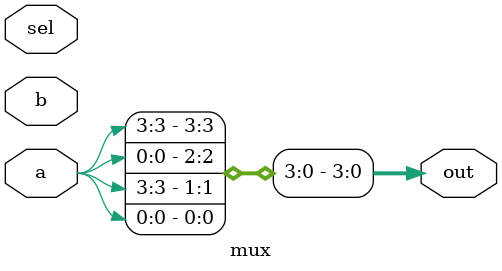
<source format=v>
module mux( 
input [4:0] a, b,
input sel,
output [4:0] out );
// When sel=0, assign a to out. 
// When sel=1, assign b to out. 
// When sel=2, do nothing. 
// When sel=3 assign a to out. 
assign out[0] = a[0]; // sel=0
assign out[1] = a[3]; // sel=1
assign out[2] = a[0]; // sel=2
assign out[3] = a[3]; // sel=3

endmodule

</source>
